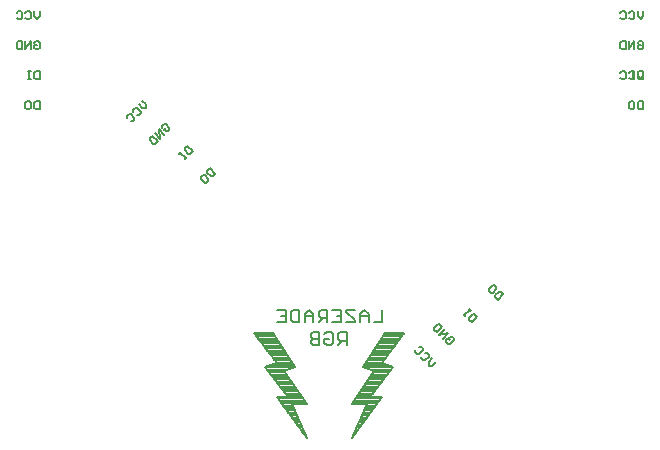
<source format=gbo>
G75*
%MOIN*%
%OFA0B0*%
%FSLAX25Y25*%
%IPPOS*%
%LPD*%
%AMOC8*
5,1,8,0,0,1.08239X$1,22.5*
%
%ADD10C,0.00800*%
%ADD11C,0.00600*%
D10*
X0184612Y0108504D02*
X0189747Y0108504D01*
X0189215Y0109302D02*
X0184013Y0109302D01*
X0183414Y0110101D02*
X0188683Y0110101D01*
X0188333Y0110625D02*
X0192083Y0111875D01*
X0184583Y0123125D01*
X0178333Y0123125D01*
X0185833Y0113125D01*
X0182083Y0111875D01*
X0189583Y0101875D01*
X0185833Y0101875D01*
X0195833Y0088125D01*
X0190833Y0099375D01*
X0195833Y0099375D01*
X0188333Y0110625D01*
X0189156Y0110899D02*
X0182815Y0110899D01*
X0182216Y0111698D02*
X0191552Y0111698D01*
X0191669Y0112496D02*
X0183948Y0112496D01*
X0185706Y0113295D02*
X0191137Y0113295D01*
X0190604Y0114093D02*
X0185107Y0114093D01*
X0184508Y0114892D02*
X0190072Y0114892D01*
X0189540Y0115690D02*
X0183909Y0115690D01*
X0183310Y0116489D02*
X0189007Y0116489D01*
X0188475Y0117287D02*
X0182711Y0117287D01*
X0182113Y0118086D02*
X0187943Y0118086D01*
X0187410Y0118884D02*
X0181514Y0118884D01*
X0180915Y0119683D02*
X0186878Y0119683D01*
X0186346Y0120482D02*
X0180316Y0120482D01*
X0179717Y0121280D02*
X0185813Y0121280D01*
X0185281Y0122079D02*
X0179118Y0122079D01*
X0178519Y0122877D02*
X0184749Y0122877D01*
X0186028Y0126650D02*
X0188831Y0126650D01*
X0188831Y0130854D01*
X0186028Y0130854D01*
X0187430Y0128752D02*
X0188831Y0128752D01*
X0190632Y0130153D02*
X0191333Y0130854D01*
X0193435Y0130854D01*
X0193435Y0126650D01*
X0191333Y0126650D01*
X0190632Y0127351D01*
X0190632Y0130153D01*
X0195236Y0129452D02*
X0195236Y0126650D01*
X0195236Y0128752D02*
X0198039Y0128752D01*
X0198039Y0129452D02*
X0198039Y0126650D01*
X0199840Y0126650D02*
X0201241Y0128051D01*
X0200541Y0128051D02*
X0202643Y0128051D01*
X0202643Y0126650D02*
X0202643Y0130854D01*
X0200541Y0130854D01*
X0199840Y0130153D01*
X0199840Y0128752D01*
X0200541Y0128051D01*
X0198039Y0129452D02*
X0196638Y0130854D01*
X0195236Y0129452D01*
X0204444Y0130854D02*
X0207247Y0130854D01*
X0207247Y0126650D01*
X0204444Y0126650D01*
X0205845Y0128752D02*
X0207247Y0128752D01*
X0209048Y0130153D02*
X0211850Y0127351D01*
X0211850Y0126650D01*
X0209048Y0126650D01*
X0209048Y0130153D02*
X0209048Y0130854D01*
X0211850Y0130854D01*
X0213652Y0129452D02*
X0213652Y0126650D01*
X0213652Y0128752D02*
X0216454Y0128752D01*
X0216454Y0129452D02*
X0216454Y0126650D01*
X0218256Y0126650D02*
X0221058Y0126650D01*
X0221058Y0130854D01*
X0216454Y0129452D02*
X0215053Y0130854D01*
X0213652Y0129452D01*
X0209183Y0123354D02*
X0207082Y0123354D01*
X0206381Y0122653D01*
X0206381Y0121252D01*
X0207082Y0120551D01*
X0209183Y0120551D01*
X0207782Y0120551D02*
X0206381Y0119150D01*
X0204579Y0119851D02*
X0204579Y0122653D01*
X0203879Y0123354D01*
X0202478Y0123354D01*
X0201777Y0122653D01*
X0201777Y0121252D02*
X0203178Y0121252D01*
X0201777Y0121252D02*
X0201777Y0119851D01*
X0202478Y0119150D01*
X0203879Y0119150D01*
X0204579Y0119851D01*
X0199975Y0119150D02*
X0199975Y0123354D01*
X0197874Y0123354D01*
X0197173Y0122653D01*
X0197173Y0121952D01*
X0197874Y0121252D01*
X0199975Y0121252D01*
X0197874Y0121252D02*
X0197173Y0120551D01*
X0197173Y0119851D01*
X0197874Y0119150D01*
X0199975Y0119150D01*
X0209183Y0119150D02*
X0209183Y0123354D01*
X0218192Y0117287D02*
X0223955Y0117287D01*
X0223356Y0116489D02*
X0217659Y0116489D01*
X0217127Y0115690D02*
X0222757Y0115690D01*
X0222159Y0114892D02*
X0216595Y0114892D01*
X0216062Y0114093D02*
X0221560Y0114093D01*
X0220961Y0113295D02*
X0215530Y0113295D01*
X0214998Y0112496D02*
X0222719Y0112496D01*
X0224451Y0111698D02*
X0215115Y0111698D01*
X0214583Y0111875D02*
X0218333Y0110625D01*
X0210833Y0099375D01*
X0215833Y0099375D01*
X0210833Y0088125D01*
X0220833Y0101875D01*
X0217083Y0101875D01*
X0224583Y0111875D01*
X0220833Y0113125D01*
X0228333Y0123125D01*
X0222083Y0123125D01*
X0214583Y0111875D01*
X0217510Y0110899D02*
X0223852Y0110899D01*
X0223253Y0110101D02*
X0217984Y0110101D01*
X0217452Y0109302D02*
X0222654Y0109302D01*
X0222055Y0108504D02*
X0216919Y0108504D01*
X0216387Y0107705D02*
X0221456Y0107705D01*
X0220857Y0106907D02*
X0215855Y0106907D01*
X0215322Y0106108D02*
X0220258Y0106108D01*
X0219659Y0105310D02*
X0214790Y0105310D01*
X0214258Y0104511D02*
X0219061Y0104511D01*
X0218462Y0103713D02*
X0213725Y0103713D01*
X0213193Y0102914D02*
X0217863Y0102914D01*
X0217264Y0102116D02*
X0212660Y0102116D01*
X0212128Y0101317D02*
X0220428Y0101317D01*
X0219847Y0100519D02*
X0211596Y0100519D01*
X0211063Y0099720D02*
X0219266Y0099720D01*
X0218685Y0098922D02*
X0215632Y0098922D01*
X0215277Y0098123D02*
X0218105Y0098123D01*
X0217524Y0097325D02*
X0214922Y0097325D01*
X0214567Y0096526D02*
X0216943Y0096526D01*
X0216363Y0095728D02*
X0214212Y0095728D01*
X0213857Y0094929D02*
X0215782Y0094929D01*
X0215201Y0094131D02*
X0213502Y0094131D01*
X0213148Y0093332D02*
X0214620Y0093332D01*
X0214040Y0092534D02*
X0212793Y0092534D01*
X0212438Y0091735D02*
X0213459Y0091735D01*
X0212878Y0090937D02*
X0212083Y0090937D01*
X0212297Y0090138D02*
X0211728Y0090138D01*
X0211717Y0089340D02*
X0211373Y0089340D01*
X0211136Y0088541D02*
X0211018Y0088541D01*
X0195648Y0088541D02*
X0195531Y0088541D01*
X0195294Y0089340D02*
X0194950Y0089340D01*
X0194939Y0090138D02*
X0194369Y0090138D01*
X0194584Y0090937D02*
X0193789Y0090937D01*
X0194229Y0091735D02*
X0193208Y0091735D01*
X0192627Y0092534D02*
X0193874Y0092534D01*
X0193519Y0093332D02*
X0192046Y0093332D01*
X0191466Y0094131D02*
X0193164Y0094131D01*
X0192809Y0094929D02*
X0190885Y0094929D01*
X0190304Y0095728D02*
X0192454Y0095728D01*
X0192099Y0096526D02*
X0189723Y0096526D01*
X0189143Y0097325D02*
X0191745Y0097325D01*
X0191390Y0098123D02*
X0188562Y0098123D01*
X0187981Y0098922D02*
X0191035Y0098922D01*
X0189403Y0102116D02*
X0194006Y0102116D01*
X0193474Y0102914D02*
X0188804Y0102914D01*
X0188205Y0103713D02*
X0192941Y0103713D01*
X0192409Y0104511D02*
X0187606Y0104511D01*
X0187007Y0105310D02*
X0191877Y0105310D01*
X0191344Y0106108D02*
X0186408Y0106108D01*
X0185809Y0106907D02*
X0190812Y0106907D01*
X0190280Y0107705D02*
X0185211Y0107705D01*
X0186239Y0101317D02*
X0194538Y0101317D01*
X0195071Y0100519D02*
X0186820Y0100519D01*
X0187400Y0099720D02*
X0195603Y0099720D01*
X0218724Y0118086D02*
X0224554Y0118086D01*
X0225153Y0118884D02*
X0219256Y0118884D01*
X0219789Y0119683D02*
X0225752Y0119683D01*
X0226351Y0120482D02*
X0220321Y0120482D01*
X0220853Y0121280D02*
X0226950Y0121280D01*
X0227548Y0122079D02*
X0221386Y0122079D01*
X0221918Y0122877D02*
X0228147Y0122877D01*
D11*
X0233223Y0118601D02*
X0233836Y0118601D01*
X0234450Y0117988D01*
X0234450Y0117375D01*
X0233223Y0116148D01*
X0232610Y0116148D01*
X0231996Y0116761D01*
X0231996Y0117375D01*
X0234080Y0115291D02*
X0234080Y0114678D01*
X0234693Y0114064D01*
X0235307Y0114064D01*
X0236533Y0115291D01*
X0236533Y0115904D01*
X0235920Y0116518D01*
X0235307Y0116518D01*
X0237697Y0114741D02*
X0236470Y0113514D01*
X0236470Y0112288D01*
X0237697Y0112288D01*
X0238923Y0113514D01*
X0243027Y0119481D02*
X0242413Y0120094D01*
X0242413Y0120708D01*
X0243027Y0121321D01*
X0243640Y0120708D01*
X0243640Y0121934D02*
X0244253Y0121934D01*
X0244867Y0121321D01*
X0244867Y0120708D01*
X0243640Y0119481D01*
X0243027Y0119481D01*
X0241250Y0121258D02*
X0243090Y0123098D01*
X0240023Y0122484D01*
X0241863Y0124324D01*
X0241006Y0125181D02*
X0240086Y0126101D01*
X0239473Y0126101D01*
X0238246Y0124875D01*
X0238246Y0124261D01*
X0239166Y0123341D01*
X0241006Y0125181D01*
X0248137Y0129371D02*
X0248750Y0128758D01*
X0248443Y0129064D02*
X0250283Y0130904D01*
X0250590Y0130598D02*
X0249977Y0131211D01*
X0251140Y0129434D02*
X0251753Y0129434D01*
X0252673Y0128514D01*
X0250833Y0126674D01*
X0249913Y0127594D01*
X0249913Y0128208D01*
X0251140Y0129434D01*
X0257193Y0136564D02*
X0256580Y0137178D01*
X0256580Y0137791D01*
X0257807Y0139018D01*
X0258420Y0139018D01*
X0259033Y0138404D01*
X0259033Y0137791D01*
X0257807Y0136564D01*
X0257193Y0136564D01*
X0258663Y0135708D02*
X0259890Y0136934D01*
X0260503Y0136934D01*
X0261423Y0136014D01*
X0259583Y0134174D01*
X0258663Y0135094D01*
X0258663Y0135708D01*
X0165409Y0176250D02*
X0164489Y0175330D01*
X0163876Y0175330D01*
X0162649Y0176557D01*
X0162649Y0177170D01*
X0163569Y0178090D01*
X0165409Y0176250D01*
X0163019Y0174473D02*
X0163019Y0173860D01*
X0162406Y0173246D01*
X0161792Y0173246D01*
X0160566Y0174473D01*
X0160566Y0175086D01*
X0161179Y0175700D01*
X0161792Y0175700D01*
X0163019Y0174473D01*
X0155826Y0181666D02*
X0155212Y0181053D01*
X0155519Y0181360D02*
X0153679Y0183200D01*
X0153986Y0183507D02*
X0153372Y0182893D01*
X0155149Y0184057D02*
X0155149Y0184670D01*
X0156069Y0185590D01*
X0157909Y0183750D01*
X0156989Y0182830D01*
X0156376Y0182830D01*
X0155149Y0184057D01*
X0148326Y0189166D02*
X0146486Y0191007D01*
X0147099Y0187940D01*
X0145259Y0189780D01*
X0144402Y0188923D02*
X0143482Y0188003D01*
X0143482Y0187390D01*
X0144709Y0186163D01*
X0145322Y0186163D01*
X0146242Y0187083D01*
X0144402Y0188923D01*
X0147649Y0191557D02*
X0147649Y0192170D01*
X0148262Y0192783D01*
X0148876Y0192783D01*
X0150102Y0191557D01*
X0150102Y0190943D01*
X0149489Y0190330D01*
X0148876Y0190330D01*
X0148262Y0190943D01*
X0148876Y0191557D01*
X0140519Y0196360D02*
X0139906Y0195746D01*
X0139292Y0195746D01*
X0138435Y0194890D02*
X0138435Y0194276D01*
X0137822Y0193663D01*
X0137209Y0193663D01*
X0138435Y0194890D02*
X0137209Y0196116D01*
X0136595Y0196116D01*
X0135982Y0195503D01*
X0135982Y0194890D01*
X0138066Y0196973D02*
X0138066Y0197586D01*
X0138679Y0198200D01*
X0139292Y0198200D01*
X0140519Y0196973D01*
X0140519Y0196360D01*
X0141069Y0198137D02*
X0139842Y0199363D01*
X0141069Y0198137D02*
X0142296Y0198137D01*
X0142296Y0199363D01*
X0141069Y0200590D01*
X0106783Y0200402D02*
X0106783Y0197800D01*
X0105482Y0197800D01*
X0105049Y0198234D01*
X0105049Y0199969D01*
X0105482Y0200402D01*
X0106783Y0200402D01*
X0103837Y0199969D02*
X0103837Y0198234D01*
X0103403Y0197800D01*
X0102536Y0197800D01*
X0102102Y0198234D01*
X0102102Y0199969D01*
X0102536Y0200402D01*
X0103403Y0200402D01*
X0103837Y0199969D01*
X0103837Y0207800D02*
X0102969Y0207800D01*
X0103403Y0207800D02*
X0103403Y0210402D01*
X0103837Y0210402D02*
X0102969Y0210402D01*
X0105049Y0209969D02*
X0105482Y0210402D01*
X0106783Y0210402D01*
X0106783Y0207800D01*
X0105482Y0207800D01*
X0105049Y0208234D01*
X0105049Y0209969D01*
X0105482Y0217800D02*
X0105049Y0218234D01*
X0105049Y0219101D01*
X0105916Y0219101D01*
X0106783Y0218234D02*
X0106350Y0217800D01*
X0105482Y0217800D01*
X0106783Y0218234D02*
X0106783Y0219969D01*
X0106350Y0220402D01*
X0105482Y0220402D01*
X0105049Y0219969D01*
X0103837Y0220402D02*
X0103837Y0217800D01*
X0102102Y0217800D02*
X0102102Y0220402D01*
X0100890Y0220402D02*
X0099589Y0220402D01*
X0099155Y0219969D01*
X0099155Y0218234D01*
X0099589Y0217800D01*
X0100890Y0217800D01*
X0100890Y0220402D01*
X0102102Y0217800D02*
X0103837Y0220402D01*
X0103403Y0227800D02*
X0102536Y0227800D01*
X0102102Y0228234D01*
X0100890Y0228234D02*
X0100457Y0227800D01*
X0099589Y0227800D01*
X0099155Y0228234D01*
X0099155Y0229969D02*
X0099589Y0230402D01*
X0100457Y0230402D01*
X0100890Y0229969D01*
X0100890Y0228234D01*
X0102102Y0229969D02*
X0102536Y0230402D01*
X0103403Y0230402D01*
X0103837Y0229969D01*
X0103837Y0228234D01*
X0103403Y0227800D01*
X0105049Y0228667D02*
X0105049Y0230402D01*
X0106783Y0230402D02*
X0106783Y0228667D01*
X0105916Y0227800D01*
X0105049Y0228667D01*
X0300405Y0228234D02*
X0300839Y0227800D01*
X0301707Y0227800D01*
X0302140Y0228234D01*
X0302140Y0229969D01*
X0301707Y0230402D01*
X0300839Y0230402D01*
X0300405Y0229969D01*
X0303352Y0229969D02*
X0303786Y0230402D01*
X0304653Y0230402D01*
X0305087Y0229969D01*
X0305087Y0228234D01*
X0304653Y0227800D01*
X0303786Y0227800D01*
X0303352Y0228234D01*
X0306299Y0228667D02*
X0306299Y0230402D01*
X0308033Y0230402D02*
X0308033Y0228667D01*
X0307166Y0227800D01*
X0306299Y0228667D01*
X0306732Y0220402D02*
X0307600Y0220402D01*
X0308033Y0219969D01*
X0308033Y0218234D01*
X0307600Y0217800D01*
X0306732Y0217800D01*
X0306299Y0218234D01*
X0306299Y0219101D01*
X0307166Y0219101D01*
X0306299Y0219969D02*
X0306732Y0220402D01*
X0305087Y0220402D02*
X0303352Y0217800D01*
X0303352Y0220402D01*
X0302140Y0220402D02*
X0300839Y0220402D01*
X0300405Y0219969D01*
X0300405Y0218234D01*
X0300839Y0217800D01*
X0302140Y0217800D01*
X0302140Y0220402D01*
X0305087Y0220402D02*
X0305087Y0217800D01*
X0305087Y0210402D02*
X0304219Y0210402D01*
X0303786Y0210402D02*
X0304653Y0210402D01*
X0304653Y0207800D01*
X0303786Y0207800D01*
X0303352Y0208234D01*
X0304219Y0207800D02*
X0305087Y0207800D01*
X0305087Y0208234D02*
X0304653Y0207800D01*
X0305087Y0208234D02*
X0305087Y0209969D01*
X0304653Y0210402D01*
X0303786Y0210402D02*
X0303352Y0209969D01*
X0302140Y0209969D02*
X0302140Y0208234D01*
X0301707Y0207800D01*
X0300839Y0207800D01*
X0300405Y0208234D01*
X0300405Y0209969D02*
X0300839Y0210402D01*
X0301707Y0210402D01*
X0302140Y0209969D01*
X0306299Y0209969D02*
X0306732Y0210402D01*
X0308033Y0210402D01*
X0308033Y0207800D01*
X0306732Y0207800D01*
X0306299Y0208234D01*
X0306299Y0209969D01*
X0306299Y0210402D02*
X0306299Y0208667D01*
X0307166Y0207800D01*
X0308033Y0208667D01*
X0308033Y0210402D01*
X0308033Y0200402D02*
X0306732Y0200402D01*
X0306299Y0199969D01*
X0306299Y0198234D01*
X0306732Y0197800D01*
X0308033Y0197800D01*
X0308033Y0200402D01*
X0305087Y0199969D02*
X0305087Y0198234D01*
X0304653Y0197800D01*
X0303786Y0197800D01*
X0303352Y0198234D01*
X0303352Y0199969D01*
X0303786Y0200402D01*
X0304653Y0200402D01*
X0305087Y0199969D01*
M02*

</source>
